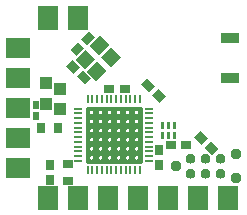
<source format=gts>
G04 DipTrace 2.4.0.2*
%IN1dB-SBLE.gts*%
%MOIN*%
%ADD10C,0.0098*%
%ADD38C,0.0374*%
%ADD46O,0.0094X0.0272*%
%ADD48O,0.0272X0.0094*%
%ADD50R,0.0213X0.0252*%
%ADD52R,0.0311X0.037*%
%ADD54R,0.0685X0.0816*%
%ADD56R,0.0816X0.0685*%
%ADD58R,0.037X0.0311*%
%ADD60R,0.0291X0.037*%
%ADD62R,0.0409X0.0449*%
%ADD64R,0.037X0.0291*%
%ADD66R,0.0646X0.0331*%
%FSLAX44Y44*%
G04*
G70*
G90*
G75*
G01*
%LNTopMask*%
%LPD*%
D66*
X11010Y7928D3*
Y9266D3*
G36*
X9203Y6237D2*
X9089D1*
Y6469D1*
X9203D1*
Y6237D1*
G37*
G36*
X9007D2*
X8892D1*
Y6469D1*
X9007D1*
Y6237D1*
G37*
G36*
X8810D2*
X8696D1*
Y6469D1*
X8810D1*
Y6237D1*
G37*
G36*
Y5902D2*
X8696D1*
Y6135D1*
X8810D1*
Y5902D1*
G37*
G36*
X9007D2*
X8892D1*
Y6135D1*
X9007D1*
Y5902D1*
G37*
G36*
X9203D2*
X9089D1*
Y6135D1*
X9203D1*
Y5902D1*
G37*
G36*
X6245Y9024D2*
X6039Y9230D1*
X6301Y9491D1*
X6507Y9285D1*
X6245Y9024D1*
G37*
G36*
X5884Y8662D2*
X5678Y8868D1*
X5939Y9130D1*
X6145Y8924D1*
X5884Y8662D1*
G37*
G36*
X6371Y7915D2*
X6165Y7709D1*
X5903Y7970D1*
X6109Y8176D1*
X6371Y7915D1*
G37*
G36*
X6009Y8276D2*
X5803Y8070D1*
X5541Y8332D1*
X5747Y8538D1*
X6009Y8276D1*
G37*
D64*
X9025Y5680D3*
X9537D3*
D62*
X5348Y6895D3*
Y7564D3*
D64*
X7484Y7550D3*
X6972D3*
G36*
X8385Y7368D2*
X8591Y7574D1*
X8853Y7313D1*
X8647Y7107D1*
X8385Y7368D1*
G37*
G36*
X8023Y7730D2*
X8229Y7936D1*
X8491Y7675D1*
X8285Y7469D1*
X8023Y7730D1*
G37*
D60*
X8645Y5535D3*
Y5023D3*
X5007Y5041D3*
Y4529D3*
D62*
X4862Y7073D3*
Y7742D3*
D58*
X5612Y5058D3*
Y4507D3*
D56*
X3937Y8937D3*
Y7937D3*
Y6937D3*
Y5937D3*
Y4937D3*
D54*
X4937Y9937D3*
X5937D3*
X6937Y3937D3*
X7937D3*
X8937D3*
D52*
X5250Y6273D3*
X4699D3*
D50*
X4520Y6642D3*
Y7036D3*
D54*
X4937Y3937D3*
X5937D3*
X9937D3*
X10937D3*
G36*
X10252Y5913D2*
X10046Y5707D1*
X9784Y5969D1*
X9990Y6175D1*
X10252Y5913D1*
G37*
G36*
X10614Y5551D2*
X10408Y5345D1*
X10146Y5607D1*
X10352Y5813D1*
X10614Y5551D1*
G37*
G36*
X9847Y5238D2*
X9845Y5267D1*
X9837Y5294D1*
X9825Y5320D1*
X9809Y5343D1*
X9789Y5363D1*
X9766Y5379D1*
X9740Y5391D1*
X9713Y5399D1*
X9684Y5401D1*
D1*
X9656Y5399D1*
X9629Y5391D1*
X9603Y5379D1*
X9580Y5363D1*
X9560Y5343D1*
X9543Y5320D1*
X9531Y5294D1*
X9524Y5267D1*
X9521Y5238D1*
D1*
X9524Y5210D1*
X9531Y5183D1*
X9543Y5157D1*
X9560Y5134D1*
X9580Y5113D1*
X9603Y5097D1*
X9629Y5085D1*
X9656Y5078D1*
X9684Y5075D1*
D1*
X9713Y5078D1*
X9740Y5085D1*
X9766Y5097D1*
X9789Y5113D1*
X9809Y5134D1*
X9825Y5157D1*
X9837Y5183D1*
X9845Y5210D1*
X9847Y5238D1*
G37*
G36*
X10347D2*
X10345Y5267D1*
X10337Y5294D1*
X10325Y5320D1*
X10309Y5343D1*
X10289Y5363D1*
X10266Y5379D1*
X10240Y5391D1*
X10213Y5399D1*
X10184Y5401D1*
D1*
X10156Y5399D1*
X10129Y5391D1*
X10103Y5379D1*
X10080Y5363D1*
X10060Y5343D1*
X10043Y5320D1*
X10031Y5294D1*
X10024Y5267D1*
X10021Y5238D1*
D1*
X10024Y5210D1*
X10031Y5183D1*
X10043Y5157D1*
X10060Y5134D1*
X10080Y5113D1*
X10103Y5097D1*
X10129Y5085D1*
X10156Y5078D1*
X10184Y5075D1*
D1*
X10213Y5078D1*
X10240Y5085D1*
X10266Y5097D1*
X10289Y5113D1*
X10309Y5134D1*
X10325Y5157D1*
X10337Y5183D1*
X10345Y5210D1*
X10347Y5238D1*
G37*
G36*
X10847D2*
X10845Y5267D1*
X10837Y5294D1*
X10825Y5320D1*
X10809Y5343D1*
X10789Y5363D1*
X10766Y5379D1*
X10740Y5391D1*
X10713Y5399D1*
X10684Y5401D1*
D1*
X10656Y5399D1*
X10629Y5391D1*
X10603Y5379D1*
X10580Y5363D1*
X10560Y5343D1*
X10543Y5320D1*
X10531Y5294D1*
X10524Y5267D1*
X10521Y5238D1*
D1*
X10524Y5210D1*
X10531Y5183D1*
X10543Y5157D1*
X10560Y5134D1*
X10580Y5113D1*
X10603Y5097D1*
X10629Y5085D1*
X10656Y5078D1*
X10684Y5075D1*
D1*
X10713Y5078D1*
X10740Y5085D1*
X10766Y5097D1*
X10789Y5113D1*
X10809Y5134D1*
X10825Y5157D1*
X10837Y5183D1*
X10845Y5210D1*
X10847Y5238D1*
G37*
G36*
Y4738D2*
X10845Y4767D1*
X10837Y4794D1*
X10825Y4820D1*
X10809Y4843D1*
X10789Y4863D1*
X10766Y4879D1*
X10740Y4891D1*
X10713Y4899D1*
X10684Y4901D1*
D1*
X10656Y4899D1*
X10629Y4891D1*
X10603Y4879D1*
X10580Y4863D1*
X10560Y4843D1*
X10543Y4820D1*
X10531Y4794D1*
X10524Y4767D1*
X10521Y4738D1*
D1*
X10524Y4710D1*
X10531Y4683D1*
X10543Y4657D1*
X10560Y4634D1*
X10580Y4613D1*
X10603Y4597D1*
X10629Y4585D1*
X10656Y4578D1*
X10684Y4575D1*
D1*
X10713Y4578D1*
X10740Y4585D1*
X10766Y4597D1*
X10789Y4613D1*
X10809Y4634D1*
X10825Y4657D1*
X10837Y4683D1*
X10845Y4710D1*
X10847Y4738D1*
G37*
G36*
X10347D2*
X10345Y4767D1*
X10337Y4794D1*
X10325Y4820D1*
X10309Y4843D1*
X10289Y4863D1*
X10266Y4879D1*
X10240Y4891D1*
X10213Y4899D1*
X10184Y4901D1*
D1*
X10156Y4899D1*
X10129Y4891D1*
X10103Y4879D1*
X10080Y4863D1*
X10060Y4843D1*
X10043Y4820D1*
X10031Y4794D1*
X10024Y4767D1*
X10021Y4738D1*
D1*
X10024Y4710D1*
X10031Y4683D1*
X10043Y4657D1*
X10060Y4634D1*
X10080Y4613D1*
X10103Y4597D1*
X10129Y4585D1*
X10156Y4578D1*
X10184Y4575D1*
D1*
X10213Y4578D1*
X10240Y4585D1*
X10266Y4597D1*
X10289Y4613D1*
X10309Y4634D1*
X10325Y4657D1*
X10337Y4683D1*
X10345Y4710D1*
X10347Y4738D1*
G37*
G36*
X9847D2*
X9845Y4767D1*
X9837Y4794D1*
X9825Y4820D1*
X9809Y4843D1*
X9789Y4863D1*
X9766Y4879D1*
X9740Y4891D1*
X9713Y4899D1*
X9684Y4901D1*
D1*
X9656Y4899D1*
X9629Y4891D1*
X9603Y4879D1*
X9580Y4863D1*
X9560Y4843D1*
X9543Y4820D1*
X9531Y4794D1*
X9524Y4767D1*
X9521Y4738D1*
D1*
X9524Y4710D1*
X9531Y4683D1*
X9543Y4657D1*
X9560Y4634D1*
X9580Y4613D1*
X9603Y4597D1*
X9629Y4585D1*
X9656Y4578D1*
X9684Y4575D1*
D1*
X9713Y4578D1*
X9740Y4585D1*
X9766Y4597D1*
X9789Y4613D1*
X9809Y4634D1*
X9825Y4657D1*
X9837Y4683D1*
X9845Y4710D1*
X9847Y4738D1*
G37*
D38*
X9184Y4988D3*
X11184Y5388D3*
Y4588D3*
X7468Y6183D2*
D10*
Y6191D1*
X7469Y6198D1*
X7470Y6206D1*
X7472Y6213D1*
X7474Y6221D1*
X7477Y6228D1*
X7480Y6235D1*
X7484Y6241D1*
X7488Y6248D1*
X7492Y6254D1*
X7497Y6259D1*
X7502Y6265D1*
X7508Y6270D1*
X7514Y6274D1*
X7520Y6278D1*
X7527Y6282D1*
X7533Y6285D1*
X7540Y6288D1*
X7547Y6290D1*
X7554Y6291D1*
X7562Y6292D1*
X7569Y6293D1*
X7576D1*
X7584Y6292D1*
X7591Y6291D1*
X7598Y6290D1*
X7605Y6288D1*
X7612Y6285D1*
X7619Y6282D1*
X7625Y6278D1*
X7631Y6274D1*
X7637Y6270D1*
X7643Y6265D1*
X7648Y6259D1*
X7653Y6254D1*
X7658Y6248D1*
X7662Y6241D1*
X7665Y6235D1*
X7669Y6228D1*
X7671Y6221D1*
X7674Y6213D1*
X7675Y6206D1*
X7677Y6198D1*
Y6191D1*
X7678Y6183D1*
X7677Y6175D1*
Y6168D1*
X7675Y6160D1*
X7674Y6153D1*
X7671Y6145D1*
X7669Y6138D1*
X7665Y6131D1*
X7662Y6125D1*
X7658Y6118D1*
X7653Y6112D1*
X7648Y6107D1*
X7643Y6101D1*
X7637Y6096D1*
X7631Y6092D1*
X7625Y6088D1*
X7619Y6084D1*
X7612Y6081D1*
X7605Y6078D1*
X7598Y6076D1*
X7591Y6075D1*
X7584Y6074D1*
X7576Y6073D1*
X7569D1*
X7562Y6074D1*
X7554Y6075D1*
X7547Y6076D1*
X7540Y6078D1*
X7533Y6081D1*
X7527Y6084D1*
X7520Y6088D1*
X7514Y6092D1*
X7508Y6096D1*
X7502Y6101D1*
X7497Y6107D1*
X7492Y6112D1*
X7488Y6118D1*
X7484Y6125D1*
X7480Y6131D1*
X7477Y6138D1*
X7474Y6145D1*
X7472Y6153D1*
X7470Y6160D1*
X7469Y6168D1*
X7468Y6175D1*
Y6183D1*
X7767Y6184D2*
Y6192D1*
X7768Y6200D1*
X7769Y6207D1*
X7771Y6215D1*
X7773Y6222D1*
X7776Y6229D1*
X7779Y6236D1*
X7783Y6243D1*
X7787Y6249D1*
X7792Y6255D1*
X7797Y6261D1*
X7802Y6266D1*
X7807Y6271D1*
X7813Y6275D1*
X7820Y6280D1*
X7826Y6283D1*
X7833Y6286D1*
X7840Y6289D1*
X7847Y6291D1*
X7854Y6293D1*
X7861Y6294D1*
X7868D1*
X7876D1*
X7883D1*
X7890Y6293D1*
X7897Y6291D1*
X7904Y6289D1*
X7911Y6286D1*
X7918Y6283D1*
X7925Y6280D1*
X7931Y6275D1*
X7937Y6271D1*
X7942Y6266D1*
X7948Y6261D1*
X7952Y6255D1*
X7957Y6249D1*
X7961Y6243D1*
X7965Y6236D1*
X7968Y6229D1*
X7971Y6222D1*
X7973Y6215D1*
X7975Y6207D1*
X7976Y6200D1*
X7977Y6192D1*
Y6184D1*
Y6177D1*
X7976Y6169D1*
X7975Y6161D1*
X7973Y6154D1*
X7971Y6147D1*
X7968Y6140D1*
X7965Y6133D1*
X7961Y6126D1*
X7957Y6120D1*
X7952Y6114D1*
X7948Y6108D1*
X7942Y6102D1*
X7937Y6098D1*
X7931Y6093D1*
X7925Y6089D1*
X7918Y6085D1*
X7911Y6082D1*
X7904Y6080D1*
X7897Y6078D1*
X7890Y6076D1*
X7883Y6075D1*
X7876Y6074D1*
X7868D1*
X7861Y6075D1*
X7854Y6076D1*
X7847Y6078D1*
X7840Y6080D1*
X7833Y6082D1*
X7826Y6085D1*
X7820Y6089D1*
X7813Y6093D1*
X7807Y6098D1*
X7802Y6102D1*
X7797Y6108D1*
X7792Y6114D1*
X7787Y6120D1*
X7783Y6126D1*
X7779Y6133D1*
X7776Y6140D1*
X7773Y6147D1*
X7771Y6154D1*
X7769Y6161D1*
X7768Y6169D1*
X7767Y6177D1*
Y6184D1*
X6868Y6183D2*
Y6191D1*
X6869Y6198D1*
X6870Y6206D1*
X6872Y6213D1*
X6874Y6221D1*
X6877Y6228D1*
X6880Y6235D1*
X6884Y6241D1*
X6888Y6248D1*
X6893Y6254D1*
X6898Y6259D1*
X6903Y6265D1*
X6908Y6270D1*
X6914Y6274D1*
X6921Y6278D1*
X6927Y6282D1*
X6934Y6285D1*
X6941Y6288D1*
X6948Y6290D1*
X6955Y6291D1*
X6962Y6292D1*
X6969Y6293D1*
X6977D1*
X6984Y6292D1*
X6991Y6291D1*
X6998Y6290D1*
X7006Y6288D1*
X7012Y6285D1*
X7019Y6282D1*
X7026Y6278D1*
X7032Y6274D1*
X7038Y6270D1*
X7043Y6265D1*
X7049Y6259D1*
X7053Y6254D1*
X7058Y6248D1*
X7062Y6241D1*
X7066Y6235D1*
X7069Y6228D1*
X7072Y6221D1*
X7074Y6213D1*
X7076Y6206D1*
X7077Y6198D1*
X7078Y6191D1*
Y6183D1*
Y6175D1*
X7077Y6168D1*
X7076Y6160D1*
X7074Y6153D1*
X7072Y6145D1*
X7069Y6138D1*
X7066Y6131D1*
X7062Y6125D1*
X7058Y6118D1*
X7053Y6112D1*
X7049Y6107D1*
X7043Y6101D1*
X7038Y6096D1*
X7032Y6092D1*
X7026Y6088D1*
X7019Y6084D1*
X7012Y6081D1*
X7006Y6078D1*
X6998Y6076D1*
X6991Y6075D1*
X6984Y6074D1*
X6977Y6073D1*
X6969D1*
X6962Y6074D1*
X6955Y6075D1*
X6948Y6076D1*
X6941Y6078D1*
X6934Y6081D1*
X6927Y6084D1*
X6921Y6088D1*
X6914Y6092D1*
X6908Y6096D1*
X6903Y6101D1*
X6898Y6107D1*
X6893Y6112D1*
X6888Y6118D1*
X6884Y6125D1*
X6880Y6131D1*
X6877Y6138D1*
X6874Y6145D1*
X6872Y6153D1*
X6870Y6160D1*
X6869Y6168D1*
X6868Y6175D1*
Y6183D1*
X7167Y6184D2*
Y6192D1*
X7168Y6200D1*
X7169Y6207D1*
X7171Y6215D1*
X7174Y6222D1*
X7176Y6229D1*
X7179Y6236D1*
X7183Y6243D1*
X7187Y6249D1*
X7192Y6255D1*
X7197Y6261D1*
X7202Y6266D1*
X7208Y6271D1*
X7213Y6275D1*
X7220Y6280D1*
X7226Y6283D1*
X7233Y6286D1*
X7240Y6289D1*
X7247Y6291D1*
X7254Y6293D1*
X7261Y6294D1*
X7268D1*
X7276D1*
X7283D1*
X7290Y6293D1*
X7298Y6291D1*
X7305Y6289D1*
X7311Y6286D1*
X7318Y6283D1*
X7325Y6280D1*
X7331Y6275D1*
X7337Y6271D1*
X7342Y6266D1*
X7348Y6261D1*
X7353Y6255D1*
X7357Y6249D1*
X7361Y6243D1*
X7365Y6236D1*
X7368Y6229D1*
X7371Y6222D1*
X7373Y6215D1*
X7375Y6207D1*
X7376Y6200D1*
X7377Y6192D1*
Y6184D1*
Y6177D1*
X7376Y6169D1*
X7375Y6161D1*
X7373Y6154D1*
X7371Y6147D1*
X7368Y6140D1*
X7365Y6133D1*
X7361Y6126D1*
X7357Y6120D1*
X7353Y6114D1*
X7348Y6108D1*
X7342Y6102D1*
X7337Y6098D1*
X7331Y6093D1*
X7325Y6089D1*
X7318Y6085D1*
X7311Y6082D1*
X7305Y6080D1*
X7298Y6078D1*
X7290Y6076D1*
X7283Y6075D1*
X7276Y6074D1*
X7268D1*
X7261Y6075D1*
X7254Y6076D1*
X7247Y6078D1*
X7240Y6080D1*
X7233Y6082D1*
X7226Y6085D1*
X7220Y6089D1*
X7213Y6093D1*
X7208Y6098D1*
X7202Y6102D1*
X7197Y6108D1*
X7192Y6114D1*
X7187Y6120D1*
X7183Y6126D1*
X7179Y6133D1*
X7176Y6140D1*
X7174Y6147D1*
X7171Y6154D1*
X7169Y6161D1*
X7168Y6169D1*
X7167Y6177D1*
Y6184D1*
X6568D2*
Y6192D1*
X6569Y6200D1*
X6570Y6207D1*
X6572Y6215D1*
X6574Y6222D1*
X6577Y6229D1*
X6580Y6236D1*
X6584Y6243D1*
X6588Y6249D1*
X6592Y6255D1*
X6597Y6261D1*
X6602Y6266D1*
X6608Y6271D1*
X6614Y6275D1*
X6620Y6280D1*
X6627Y6283D1*
X6633Y6286D1*
X6640Y6289D1*
X6647Y6291D1*
X6654Y6293D1*
X6662Y6294D1*
X6669D1*
X6676D1*
X6684D1*
X6691Y6293D1*
X6698Y6291D1*
X6705Y6289D1*
X6712Y6286D1*
X6719Y6283D1*
X6725Y6280D1*
X6731Y6275D1*
X6737Y6271D1*
X6743Y6266D1*
X6748Y6261D1*
X6753Y6255D1*
X6757Y6249D1*
X6762Y6243D1*
X6765Y6236D1*
X6768Y6229D1*
X6771Y6222D1*
X6773Y6215D1*
X6775Y6207D1*
X6777Y6200D1*
Y6192D1*
X6778Y6184D1*
X6777Y6177D1*
Y6169D1*
X6775Y6161D1*
X6773Y6154D1*
X6771Y6147D1*
X6768Y6140D1*
X6765Y6133D1*
X6762Y6126D1*
X6757Y6120D1*
X6753Y6114D1*
X6748Y6108D1*
X6743Y6102D1*
X6737Y6098D1*
X6731Y6093D1*
X6725Y6089D1*
X6719Y6085D1*
X6712Y6082D1*
X6705Y6080D1*
X6698Y6078D1*
X6691Y6076D1*
X6684Y6075D1*
X6676Y6074D1*
X6669D1*
X6662Y6075D1*
X6654Y6076D1*
X6647Y6078D1*
X6640Y6080D1*
X6633Y6082D1*
X6627Y6085D1*
X6620Y6089D1*
X6614Y6093D1*
X6608Y6098D1*
X6602Y6102D1*
X6597Y6108D1*
X6592Y6114D1*
X6588Y6120D1*
X6584Y6126D1*
X6580Y6133D1*
X6577Y6140D1*
X6574Y6147D1*
X6572Y6154D1*
X6570Y6161D1*
X6569Y6169D1*
X6568Y6177D1*
Y6184D1*
X6267D2*
Y6192D1*
X6268Y6200D1*
X6269Y6207D1*
X6271Y6215D1*
X6273Y6222D1*
X6276Y6229D1*
X6279Y6236D1*
X6283Y6243D1*
X6287Y6249D1*
X6292Y6255D1*
X6297Y6261D1*
X6302Y6266D1*
X6307Y6271D1*
X6313Y6275D1*
X6320Y6280D1*
X6326Y6283D1*
X6333Y6286D1*
X6340Y6289D1*
X6347Y6291D1*
X6354Y6293D1*
X6361Y6294D1*
X6368D1*
X6376D1*
X6383D1*
X6390Y6293D1*
X6397Y6291D1*
X6404Y6289D1*
X6411Y6286D1*
X6418Y6283D1*
X6425Y6280D1*
X6431Y6275D1*
X6437Y6271D1*
X6442Y6266D1*
X6448Y6261D1*
X6452Y6255D1*
X6457Y6249D1*
X6461Y6243D1*
X6465Y6236D1*
X6468Y6229D1*
X6471Y6222D1*
X6473Y6215D1*
X6475Y6207D1*
X6476Y6200D1*
X6477Y6192D1*
Y6184D1*
Y6177D1*
X6476Y6169D1*
X6475Y6161D1*
X6473Y6154D1*
X6471Y6147D1*
X6468Y6140D1*
X6465Y6133D1*
X6461Y6126D1*
X6457Y6120D1*
X6452Y6114D1*
X6448Y6108D1*
X6442Y6102D1*
X6437Y6098D1*
X6431Y6093D1*
X6425Y6089D1*
X6418Y6085D1*
X6411Y6082D1*
X6404Y6080D1*
X6397Y6078D1*
X6390Y6076D1*
X6383Y6075D1*
X6376Y6074D1*
X6368D1*
X6361Y6075D1*
X6354Y6076D1*
X6347Y6078D1*
X6340Y6080D1*
X6333Y6082D1*
X6326Y6085D1*
X6320Y6089D1*
X6313Y6093D1*
X6307Y6098D1*
X6302Y6102D1*
X6297Y6108D1*
X6292Y6114D1*
X6287Y6120D1*
X6283Y6126D1*
X6279Y6133D1*
X6276Y6140D1*
X6273Y6147D1*
X6271Y6154D1*
X6269Y6161D1*
X6268Y6169D1*
X6267Y6177D1*
Y6184D1*
X7468Y5881D2*
Y5889D1*
X7469Y5896D1*
X7470Y5904D1*
X7472Y5911D1*
X7474Y5919D1*
X7477Y5926D1*
X7480Y5933D1*
X7484Y5939D1*
X7488Y5946D1*
X7492Y5952D1*
X7497Y5958D1*
X7502Y5963D1*
X7508Y5968D1*
X7514Y5972D1*
X7520Y5976D1*
X7527Y5980D1*
X7533Y5983D1*
X7540Y5986D1*
X7547Y5988D1*
X7554Y5989D1*
X7562Y5991D1*
X7569D1*
X7576D1*
X7584D1*
X7591Y5989D1*
X7598Y5988D1*
X7605Y5986D1*
X7612Y5983D1*
X7619Y5980D1*
X7625Y5976D1*
X7631Y5972D1*
X7637Y5968D1*
X7643Y5963D1*
X7648Y5958D1*
X7653Y5952D1*
X7658Y5946D1*
X7662Y5939D1*
X7665Y5933D1*
X7669Y5926D1*
X7671Y5919D1*
X7674Y5911D1*
X7675Y5904D1*
X7677Y5896D1*
Y5889D1*
X7678Y5881D1*
X7677Y5873D1*
Y5866D1*
X7675Y5858D1*
X7674Y5851D1*
X7671Y5844D1*
X7669Y5836D1*
X7665Y5830D1*
X7662Y5823D1*
X7658Y5817D1*
X7653Y5810D1*
X7648Y5805D1*
X7643Y5799D1*
X7637Y5794D1*
X7631Y5790D1*
X7625Y5786D1*
X7619Y5782D1*
X7612Y5779D1*
X7605Y5777D1*
X7598Y5774D1*
X7591Y5773D1*
X7584Y5772D1*
X7576Y5771D1*
X7569D1*
X7562Y5772D1*
X7554Y5773D1*
X7547Y5774D1*
X7540Y5777D1*
X7533Y5779D1*
X7527Y5782D1*
X7520Y5786D1*
X7514Y5790D1*
X7508Y5794D1*
X7502Y5799D1*
X7497Y5805D1*
X7492Y5810D1*
X7488Y5817D1*
X7484Y5823D1*
X7480Y5830D1*
X7477Y5836D1*
X7474Y5844D1*
X7472Y5851D1*
X7470Y5858D1*
X7469Y5866D1*
X7468Y5873D1*
Y5881D1*
X7767Y5882D2*
Y5890D1*
X7768Y5898D1*
X7769Y5905D1*
X7771Y5913D1*
X7773Y5920D1*
X7776Y5927D1*
X7779Y5934D1*
X7783Y5941D1*
X7787Y5947D1*
X7792Y5953D1*
X7797Y5959D1*
X7802Y5964D1*
X7807Y5969D1*
X7813Y5974D1*
X7820Y5978D1*
X7826Y5981D1*
X7833Y5984D1*
X7840Y5987D1*
X7847Y5989D1*
X7854Y5991D1*
X7861Y5992D1*
X7868D1*
X7876D1*
X7883D1*
X7890Y5991D1*
X7897Y5989D1*
X7904Y5987D1*
X7911Y5984D1*
X7918Y5981D1*
X7925Y5978D1*
X7931Y5974D1*
X7937Y5969D1*
X7942Y5964D1*
X7948Y5959D1*
X7952Y5953D1*
X7957Y5947D1*
X7961Y5941D1*
X7965Y5934D1*
X7968Y5927D1*
X7971Y5920D1*
X7973Y5913D1*
X7975Y5905D1*
X7976Y5898D1*
X7977Y5890D1*
Y5882D1*
Y5875D1*
X7976Y5867D1*
X7975Y5860D1*
X7973Y5852D1*
X7971Y5845D1*
X7968Y5838D1*
X7965Y5831D1*
X7961Y5824D1*
X7957Y5818D1*
X7952Y5812D1*
X7948Y5806D1*
X7942Y5801D1*
X7937Y5796D1*
X7931Y5791D1*
X7925Y5787D1*
X7918Y5784D1*
X7911Y5780D1*
X7904Y5778D1*
X7897Y5776D1*
X7890Y5774D1*
X7883Y5773D1*
X7876D1*
X7868D1*
X7861D1*
X7854Y5774D1*
X7847Y5776D1*
X7840Y5778D1*
X7833Y5780D1*
X7826Y5784D1*
X7820Y5787D1*
X7813Y5791D1*
X7807Y5796D1*
X7802Y5801D1*
X7797Y5806D1*
X7792Y5812D1*
X7787Y5818D1*
X7783Y5824D1*
X7779Y5831D1*
X7776Y5838D1*
X7773Y5845D1*
X7771Y5852D1*
X7769Y5860D1*
X7768Y5867D1*
X7767Y5875D1*
Y5882D1*
X6868Y5881D2*
Y5889D1*
X6869Y5896D1*
X6870Y5904D1*
X6872Y5911D1*
X6874Y5919D1*
X6877Y5926D1*
X6880Y5933D1*
X6884Y5939D1*
X6888Y5946D1*
X6893Y5952D1*
X6898Y5958D1*
X6903Y5963D1*
X6908Y5968D1*
X6914Y5972D1*
X6921Y5976D1*
X6927Y5980D1*
X6934Y5983D1*
X6941Y5986D1*
X6948Y5988D1*
X6955Y5989D1*
X6962Y5991D1*
X6969D1*
X6977D1*
X6984D1*
X6991Y5989D1*
X6998Y5988D1*
X7006Y5986D1*
X7012Y5983D1*
X7019Y5980D1*
X7026Y5976D1*
X7032Y5972D1*
X7038Y5968D1*
X7043Y5963D1*
X7049Y5958D1*
X7053Y5952D1*
X7058Y5946D1*
X7062Y5939D1*
X7066Y5933D1*
X7069Y5926D1*
X7072Y5919D1*
X7074Y5911D1*
X7076Y5904D1*
X7077Y5896D1*
X7078Y5889D1*
Y5881D1*
Y5873D1*
X7077Y5866D1*
X7076Y5858D1*
X7074Y5851D1*
X7072Y5844D1*
X7069Y5836D1*
X7066Y5830D1*
X7062Y5823D1*
X7058Y5817D1*
X7053Y5810D1*
X7049Y5805D1*
X7043Y5799D1*
X7038Y5794D1*
X7032Y5790D1*
X7026Y5786D1*
X7019Y5782D1*
X7012Y5779D1*
X7006Y5777D1*
X6998Y5774D1*
X6991Y5773D1*
X6984Y5772D1*
X6977Y5771D1*
X6969D1*
X6962Y5772D1*
X6955Y5773D1*
X6948Y5774D1*
X6941Y5777D1*
X6934Y5779D1*
X6927Y5782D1*
X6921Y5786D1*
X6914Y5790D1*
X6908Y5794D1*
X6903Y5799D1*
X6898Y5805D1*
X6893Y5810D1*
X6888Y5817D1*
X6884Y5823D1*
X6880Y5830D1*
X6877Y5836D1*
X6874Y5844D1*
X6872Y5851D1*
X6870Y5858D1*
X6869Y5866D1*
X6868Y5873D1*
Y5881D1*
X7167Y5882D2*
Y5890D1*
X7168Y5898D1*
X7169Y5905D1*
X7171Y5913D1*
X7174Y5920D1*
X7176Y5927D1*
X7179Y5934D1*
X7183Y5941D1*
X7187Y5947D1*
X7192Y5953D1*
X7197Y5959D1*
X7202Y5964D1*
X7208Y5969D1*
X7213Y5974D1*
X7220Y5978D1*
X7226Y5981D1*
X7233Y5984D1*
X7240Y5987D1*
X7247Y5989D1*
X7254Y5991D1*
X7261Y5992D1*
X7268D1*
X7276D1*
X7283D1*
X7290Y5991D1*
X7298Y5989D1*
X7305Y5987D1*
X7311Y5984D1*
X7318Y5981D1*
X7325Y5978D1*
X7331Y5974D1*
X7337Y5969D1*
X7342Y5964D1*
X7348Y5959D1*
X7353Y5953D1*
X7357Y5947D1*
X7361Y5941D1*
X7365Y5934D1*
X7368Y5927D1*
X7371Y5920D1*
X7373Y5913D1*
X7375Y5905D1*
X7376Y5898D1*
X7377Y5890D1*
Y5882D1*
Y5875D1*
X7376Y5867D1*
X7375Y5860D1*
X7373Y5852D1*
X7371Y5845D1*
X7368Y5838D1*
X7365Y5831D1*
X7361Y5824D1*
X7357Y5818D1*
X7353Y5812D1*
X7348Y5806D1*
X7342Y5801D1*
X7337Y5796D1*
X7331Y5791D1*
X7325Y5787D1*
X7318Y5784D1*
X7311Y5780D1*
X7305Y5778D1*
X7298Y5776D1*
X7290Y5774D1*
X7283Y5773D1*
X7276D1*
X7268D1*
X7261D1*
X7254Y5774D1*
X7247Y5776D1*
X7240Y5778D1*
X7233Y5780D1*
X7226Y5784D1*
X7220Y5787D1*
X7213Y5791D1*
X7208Y5796D1*
X7202Y5801D1*
X7197Y5806D1*
X7192Y5812D1*
X7187Y5818D1*
X7183Y5824D1*
X7179Y5831D1*
X7176Y5838D1*
X7174Y5845D1*
X7171Y5852D1*
X7169Y5860D1*
X7168Y5867D1*
X7167Y5875D1*
Y5882D1*
X6568D2*
Y5890D1*
X6569Y5898D1*
X6570Y5905D1*
X6572Y5913D1*
X6574Y5920D1*
X6577Y5927D1*
X6580Y5934D1*
X6584Y5941D1*
X6588Y5947D1*
X6592Y5953D1*
X6597Y5959D1*
X6602Y5964D1*
X6608Y5969D1*
X6614Y5974D1*
X6620Y5978D1*
X6627Y5981D1*
X6633Y5984D1*
X6640Y5987D1*
X6647Y5989D1*
X6654Y5991D1*
X6662Y5992D1*
X6669D1*
X6676D1*
X6684D1*
X6691Y5991D1*
X6698Y5989D1*
X6705Y5987D1*
X6712Y5984D1*
X6719Y5981D1*
X6725Y5978D1*
X6731Y5974D1*
X6737Y5969D1*
X6743Y5964D1*
X6748Y5959D1*
X6753Y5953D1*
X6757Y5947D1*
X6762Y5941D1*
X6765Y5934D1*
X6768Y5927D1*
X6771Y5920D1*
X6773Y5913D1*
X6775Y5905D1*
X6777Y5898D1*
Y5890D1*
X6778Y5882D1*
X6777Y5875D1*
Y5867D1*
X6775Y5860D1*
X6773Y5852D1*
X6771Y5845D1*
X6768Y5838D1*
X6765Y5831D1*
X6762Y5824D1*
X6757Y5818D1*
X6753Y5812D1*
X6748Y5806D1*
X6743Y5801D1*
X6737Y5796D1*
X6731Y5791D1*
X6725Y5787D1*
X6719Y5784D1*
X6712Y5780D1*
X6705Y5778D1*
X6698Y5776D1*
X6691Y5774D1*
X6684Y5773D1*
X6676D1*
X6669D1*
X6662D1*
X6654Y5774D1*
X6647Y5776D1*
X6640Y5778D1*
X6633Y5780D1*
X6627Y5784D1*
X6620Y5787D1*
X6614Y5791D1*
X6608Y5796D1*
X6602Y5801D1*
X6597Y5806D1*
X6592Y5812D1*
X6588Y5818D1*
X6584Y5824D1*
X6580Y5831D1*
X6577Y5838D1*
X6574Y5845D1*
X6572Y5852D1*
X6570Y5860D1*
X6569Y5867D1*
X6568Y5875D1*
Y5882D1*
X6267D2*
Y5890D1*
X6268Y5898D1*
X6269Y5905D1*
X6271Y5913D1*
X6273Y5920D1*
X6276Y5927D1*
X6279Y5934D1*
X6283Y5941D1*
X6287Y5947D1*
X6292Y5953D1*
X6297Y5959D1*
X6302Y5964D1*
X6307Y5969D1*
X6313Y5974D1*
X6320Y5978D1*
X6326Y5981D1*
X6333Y5984D1*
X6340Y5987D1*
X6347Y5989D1*
X6354Y5991D1*
X6361Y5992D1*
X6368D1*
X6376D1*
X6383D1*
X6390Y5991D1*
X6397Y5989D1*
X6404Y5987D1*
X6411Y5984D1*
X6418Y5981D1*
X6425Y5978D1*
X6431Y5974D1*
X6437Y5969D1*
X6442Y5964D1*
X6448Y5959D1*
X6452Y5953D1*
X6457Y5947D1*
X6461Y5941D1*
X6465Y5934D1*
X6468Y5927D1*
X6471Y5920D1*
X6473Y5913D1*
X6475Y5905D1*
X6476Y5898D1*
X6477Y5890D1*
Y5882D1*
Y5875D1*
X6476Y5867D1*
X6475Y5860D1*
X6473Y5852D1*
X6471Y5845D1*
X6468Y5838D1*
X6465Y5831D1*
X6461Y5824D1*
X6457Y5818D1*
X6452Y5812D1*
X6448Y5806D1*
X6442Y5801D1*
X6437Y5796D1*
X6431Y5791D1*
X6425Y5787D1*
X6418Y5784D1*
X6411Y5780D1*
X6404Y5778D1*
X6397Y5776D1*
X6390Y5774D1*
X6383Y5773D1*
X6376D1*
X6368D1*
X6361D1*
X6354Y5774D1*
X6347Y5776D1*
X6340Y5778D1*
X6333Y5780D1*
X6326Y5784D1*
X6320Y5787D1*
X6313Y5791D1*
X6307Y5796D1*
X6302Y5801D1*
X6297Y5806D1*
X6292Y5812D1*
X6287Y5818D1*
X6283Y5824D1*
X6279Y5831D1*
X6276Y5838D1*
X6273Y5845D1*
X6271Y5852D1*
X6269Y5860D1*
X6268Y5867D1*
X6267Y5875D1*
Y5882D1*
X7469Y6483D2*
Y6491D1*
X7470Y6499D1*
X7471Y6506D1*
X7473Y6514D1*
X7475Y6521D1*
X7478Y6528D1*
X7481Y6535D1*
X7485Y6542D1*
X7489Y6548D1*
X7494Y6554D1*
X7499Y6560D1*
X7504Y6565D1*
X7509Y6570D1*
X7515Y6575D1*
X7522Y6579D1*
X7528Y6582D1*
X7535Y6585D1*
X7542Y6588D1*
X7549Y6590D1*
X7556Y6592D1*
X7563Y6593D1*
X7570D1*
X7578D1*
X7585D1*
X7592Y6592D1*
X7600Y6590D1*
X7607Y6588D1*
X7613Y6585D1*
X7620Y6582D1*
X7627Y6579D1*
X7633Y6575D1*
X7639Y6570D1*
X7644Y6565D1*
X7650Y6560D1*
X7655Y6554D1*
X7659Y6548D1*
X7663Y6542D1*
X7667Y6535D1*
X7670Y6528D1*
X7673Y6521D1*
X7675Y6514D1*
X7677Y6506D1*
X7678Y6499D1*
X7679Y6491D1*
Y6483D1*
Y6476D1*
X7678Y6468D1*
X7677Y6460D1*
X7675Y6453D1*
X7673Y6446D1*
X7670Y6439D1*
X7667Y6432D1*
X7663Y6425D1*
X7659Y6419D1*
X7655Y6413D1*
X7650Y6407D1*
X7644Y6402D1*
X7639Y6397D1*
X7633Y6392D1*
X7627Y6388D1*
X7620Y6385D1*
X7613Y6381D1*
X7607Y6379D1*
X7600Y6377D1*
X7592Y6375D1*
X7585Y6374D1*
X7578Y6373D1*
X7570D1*
X7563Y6374D1*
X7556Y6375D1*
X7549Y6377D1*
X7542Y6379D1*
X7535Y6381D1*
X7528Y6385D1*
X7522Y6388D1*
X7515Y6392D1*
X7509Y6397D1*
X7504Y6402D1*
X7499Y6407D1*
X7494Y6413D1*
X7489Y6419D1*
X7485Y6425D1*
X7481Y6432D1*
X7478Y6439D1*
X7475Y6446D1*
X7473Y6453D1*
X7471Y6460D1*
X7470Y6468D1*
X7469Y6476D1*
Y6483D1*
X7768Y6485D2*
Y6492D1*
X7769Y6500D1*
X7771Y6508D1*
X7772Y6515D1*
X7775Y6522D1*
X7777Y6529D1*
X7781Y6536D1*
X7784Y6543D1*
X7788Y6549D1*
X7793Y6555D1*
X7798Y6561D1*
X7803Y6566D1*
X7809Y6571D1*
X7814Y6576D1*
X7821Y6580D1*
X7827Y6584D1*
X7834Y6587D1*
X7841Y6589D1*
X7848Y6591D1*
X7855Y6593D1*
X7862Y6594D1*
X7870Y6595D1*
X7877D1*
X7884Y6594D1*
X7891Y6593D1*
X7899Y6591D1*
X7906Y6589D1*
X7913Y6587D1*
X7919Y6584D1*
X7926Y6580D1*
X7932Y6576D1*
X7938Y6571D1*
X7943Y6566D1*
X7949Y6561D1*
X7954Y6555D1*
X7958Y6549D1*
X7962Y6543D1*
X7966Y6536D1*
X7969Y6529D1*
X7972Y6522D1*
X7974Y6515D1*
X7976Y6508D1*
X7977Y6500D1*
X7978Y6492D1*
Y6485D1*
Y6477D1*
X7977Y6469D1*
X7976Y6462D1*
X7974Y6454D1*
X7972Y6447D1*
X7969Y6440D1*
X7966Y6433D1*
X7962Y6426D1*
X7958Y6420D1*
X7954Y6414D1*
X7949Y6408D1*
X7943Y6403D1*
X7938Y6398D1*
X7932Y6393D1*
X7926Y6389D1*
X7919Y6386D1*
X7913Y6383D1*
X7906Y6380D1*
X7899Y6378D1*
X7891Y6376D1*
X7884Y6375D1*
X7877D1*
X7870D1*
X7862D1*
X7855Y6376D1*
X7848Y6378D1*
X7841Y6380D1*
X7834Y6383D1*
X7827Y6386D1*
X7821Y6389D1*
X7814Y6393D1*
X7809Y6398D1*
X7803Y6403D1*
X7798Y6408D1*
X7793Y6414D1*
X7788Y6420D1*
X7784Y6426D1*
X7781Y6433D1*
X7777Y6440D1*
X7775Y6447D1*
X7772Y6454D1*
X7771Y6462D1*
X7769Y6469D1*
X7768Y6477D1*
Y6485D1*
X6869Y6483D2*
X6870Y6491D1*
Y6499D1*
X6872Y6506D1*
X6873Y6514D1*
X6876Y6521D1*
X6878Y6528D1*
X6882Y6535D1*
X6885Y6542D1*
X6889Y6548D1*
X6894Y6554D1*
X6899Y6560D1*
X6904Y6565D1*
X6910Y6570D1*
X6916Y6575D1*
X6922Y6579D1*
X6928Y6582D1*
X6935Y6585D1*
X6942Y6588D1*
X6949Y6590D1*
X6956Y6592D1*
X6963Y6593D1*
X6971D1*
X6978D1*
X6985D1*
X6992Y6592D1*
X7000Y6590D1*
X7007Y6588D1*
X7014Y6585D1*
X7020Y6582D1*
X7027Y6579D1*
X7033Y6575D1*
X7039Y6570D1*
X7044Y6565D1*
X7050Y6560D1*
X7055Y6554D1*
X7059Y6548D1*
X7063Y6542D1*
X7067Y6535D1*
X7070Y6528D1*
X7073Y6521D1*
X7075Y6514D1*
X7077Y6506D1*
X7078Y6499D1*
X7079Y6491D1*
Y6483D1*
Y6476D1*
X7078Y6468D1*
X7077Y6460D1*
X7075Y6453D1*
X7073Y6446D1*
X7070Y6439D1*
X7067Y6432D1*
X7063Y6425D1*
X7059Y6419D1*
X7055Y6413D1*
X7050Y6407D1*
X7044Y6402D1*
X7039Y6397D1*
X7033Y6392D1*
X7027Y6388D1*
X7020Y6385D1*
X7014Y6381D1*
X7007Y6379D1*
X7000Y6377D1*
X6992Y6375D1*
X6985Y6374D1*
X6978Y6373D1*
X6971D1*
X6963Y6374D1*
X6956Y6375D1*
X6949Y6377D1*
X6942Y6379D1*
X6935Y6381D1*
X6928Y6385D1*
X6922Y6388D1*
X6916Y6392D1*
X6910Y6397D1*
X6904Y6402D1*
X6899Y6407D1*
X6894Y6413D1*
X6889Y6419D1*
X6885Y6425D1*
X6882Y6432D1*
X6878Y6439D1*
X6876Y6446D1*
X6873Y6453D1*
X6872Y6460D1*
X6870Y6468D1*
Y6476D1*
X6869Y6483D1*
X7169Y6485D2*
Y6492D1*
X7170Y6500D1*
X7171Y6508D1*
X7173Y6515D1*
X7175Y6522D1*
X7178Y6529D1*
X7181Y6536D1*
X7185Y6543D1*
X7189Y6549D1*
X7193Y6555D1*
X7198Y6561D1*
X7203Y6566D1*
X7209Y6571D1*
X7215Y6576D1*
X7221Y6580D1*
X7228Y6584D1*
X7234Y6587D1*
X7241Y6589D1*
X7248Y6591D1*
X7255Y6593D1*
X7263Y6594D1*
X7270Y6595D1*
X7277D1*
X7285Y6594D1*
X7292Y6593D1*
X7299Y6591D1*
X7306Y6589D1*
X7313Y6587D1*
X7320Y6584D1*
X7326Y6580D1*
X7332Y6576D1*
X7338Y6571D1*
X7344Y6566D1*
X7349Y6561D1*
X7354Y6555D1*
X7359Y6549D1*
X7363Y6543D1*
X7366Y6536D1*
X7369Y6529D1*
X7372Y6522D1*
X7374Y6515D1*
X7376Y6508D1*
X7378Y6500D1*
Y6492D1*
X7379Y6485D1*
X7378Y6477D1*
Y6469D1*
X7376Y6462D1*
X7374Y6454D1*
X7372Y6447D1*
X7369Y6440D1*
X7366Y6433D1*
X7363Y6426D1*
X7359Y6420D1*
X7354Y6414D1*
X7349Y6408D1*
X7344Y6403D1*
X7338Y6398D1*
X7332Y6393D1*
X7326Y6389D1*
X7320Y6386D1*
X7313Y6383D1*
X7306Y6380D1*
X7299Y6378D1*
X7292Y6376D1*
X7285Y6375D1*
X7277D1*
X7270D1*
X7263D1*
X7255Y6376D1*
X7248Y6378D1*
X7241Y6380D1*
X7234Y6383D1*
X7228Y6386D1*
X7221Y6389D1*
X7215Y6393D1*
X7209Y6398D1*
X7203Y6403D1*
X7198Y6408D1*
X7193Y6414D1*
X7189Y6420D1*
X7185Y6426D1*
X7181Y6433D1*
X7178Y6440D1*
X7175Y6447D1*
X7173Y6454D1*
X7171Y6462D1*
X7170Y6469D1*
X7169Y6477D1*
Y6485D1*
X6569D2*
Y6492D1*
X6570Y6500D1*
X6571Y6508D1*
X6573Y6515D1*
X6575Y6522D1*
X6578Y6529D1*
X6581Y6536D1*
X6585Y6543D1*
X6589Y6549D1*
X6593Y6555D1*
X6598Y6561D1*
X6603Y6566D1*
X6609Y6571D1*
X6615Y6576D1*
X6621Y6580D1*
X6628Y6584D1*
X6634Y6587D1*
X6641Y6589D1*
X6648Y6591D1*
X6656Y6593D1*
X6663Y6594D1*
X6670Y6595D1*
X6677D1*
X6685Y6594D1*
X6692Y6593D1*
X6699Y6591D1*
X6706Y6589D1*
X6713Y6587D1*
X6720Y6584D1*
X6726Y6580D1*
X6732Y6576D1*
X6738Y6571D1*
X6744Y6566D1*
X6749Y6561D1*
X6754Y6555D1*
X6759Y6549D1*
X6763Y6543D1*
X6766Y6536D1*
X6770Y6529D1*
X6772Y6522D1*
X6775Y6515D1*
X6776Y6508D1*
X6778Y6500D1*
Y6492D1*
X6779Y6485D1*
X6778Y6477D1*
Y6469D1*
X6776Y6462D1*
X6775Y6454D1*
X6772Y6447D1*
X6770Y6440D1*
X6766Y6433D1*
X6763Y6426D1*
X6759Y6420D1*
X6754Y6414D1*
X6749Y6408D1*
X6744Y6403D1*
X6738Y6398D1*
X6732Y6393D1*
X6726Y6389D1*
X6720Y6386D1*
X6713Y6383D1*
X6706Y6380D1*
X6699Y6378D1*
X6692Y6376D1*
X6685Y6375D1*
X6677D1*
X6670D1*
X6663D1*
X6656Y6376D1*
X6648Y6378D1*
X6641Y6380D1*
X6634Y6383D1*
X6628Y6386D1*
X6621Y6389D1*
X6615Y6393D1*
X6609Y6398D1*
X6603Y6403D1*
X6598Y6408D1*
X6593Y6414D1*
X6589Y6420D1*
X6585Y6426D1*
X6581Y6433D1*
X6578Y6440D1*
X6575Y6447D1*
X6573Y6454D1*
X6571Y6462D1*
X6570Y6469D1*
X6569Y6477D1*
Y6485D1*
X6268D2*
X6269Y6492D1*
Y6500D1*
X6271Y6508D1*
X6272Y6515D1*
X6275Y6522D1*
X6277Y6529D1*
X6281Y6536D1*
X6284Y6543D1*
X6288Y6549D1*
X6293Y6555D1*
X6298Y6561D1*
X6303Y6566D1*
X6309Y6571D1*
X6315Y6576D1*
X6321Y6580D1*
X6327Y6584D1*
X6334Y6587D1*
X6341Y6589D1*
X6348Y6591D1*
X6355Y6593D1*
X6362Y6594D1*
X6370Y6595D1*
X6377D1*
X6384Y6594D1*
X6391Y6593D1*
X6399Y6591D1*
X6406Y6589D1*
X6413Y6587D1*
X6419Y6584D1*
X6426Y6580D1*
X6432Y6576D1*
X6438Y6571D1*
X6443Y6566D1*
X6449Y6561D1*
X6454Y6555D1*
X6458Y6549D1*
X6462Y6543D1*
X6466Y6536D1*
X6469Y6529D1*
X6472Y6522D1*
X6474Y6515D1*
X6476Y6508D1*
X6477Y6500D1*
X6478Y6492D1*
Y6485D1*
Y6477D1*
X6477Y6469D1*
X6476Y6462D1*
X6474Y6454D1*
X6472Y6447D1*
X6469Y6440D1*
X6466Y6433D1*
X6462Y6426D1*
X6458Y6420D1*
X6454Y6414D1*
X6449Y6408D1*
X6443Y6403D1*
X6438Y6398D1*
X6432Y6393D1*
X6426Y6389D1*
X6419Y6386D1*
X6413Y6383D1*
X6406Y6380D1*
X6399Y6378D1*
X6391Y6376D1*
X6384Y6375D1*
X6377D1*
X6370D1*
X6362D1*
X6355Y6376D1*
X6348Y6378D1*
X6341Y6380D1*
X6334Y6383D1*
X6327Y6386D1*
X6321Y6389D1*
X6315Y6393D1*
X6309Y6398D1*
X6303Y6403D1*
X6298Y6408D1*
X6293Y6414D1*
X6288Y6420D1*
X6284Y6426D1*
X6281Y6433D1*
X6277Y6440D1*
X6275Y6447D1*
X6272Y6454D1*
X6271Y6462D1*
X6269Y6469D1*
Y6477D1*
X6268Y6485D1*
X7468Y5579D2*
Y5587D1*
X7469Y5594D1*
X7470Y5602D1*
X7472Y5609D1*
X7474Y5617D1*
X7477Y5624D1*
X7480Y5631D1*
X7484Y5637D1*
X7488Y5644D1*
X7492Y5650D1*
X7497Y5656D1*
X7502Y5661D1*
X7508Y5666D1*
X7514Y5670D1*
X7520Y5674D1*
X7527Y5678D1*
X7533Y5681D1*
X7540Y5684D1*
X7547Y5686D1*
X7554Y5687D1*
X7562Y5689D1*
X7569D1*
X7576D1*
X7584D1*
X7591Y5687D1*
X7598Y5686D1*
X7605Y5684D1*
X7612Y5681D1*
X7619Y5678D1*
X7625Y5674D1*
X7631Y5670D1*
X7637Y5666D1*
X7643Y5661D1*
X7648Y5656D1*
X7653Y5650D1*
X7658Y5644D1*
X7662Y5637D1*
X7665Y5631D1*
X7669Y5624D1*
X7671Y5617D1*
X7674Y5609D1*
X7675Y5602D1*
X7677Y5594D1*
Y5587D1*
X7678Y5579D1*
X7677Y5571D1*
Y5564D1*
X7675Y5556D1*
X7674Y5549D1*
X7671Y5542D1*
X7669Y5534D1*
X7665Y5527D1*
X7662Y5521D1*
X7658Y5514D1*
X7653Y5508D1*
X7648Y5503D1*
X7643Y5497D1*
X7637Y5492D1*
X7631Y5488D1*
X7625Y5484D1*
X7619Y5480D1*
X7612Y5477D1*
X7605Y5475D1*
X7598Y5472D1*
X7591Y5471D1*
X7584Y5470D1*
X7576Y5469D1*
X7569D1*
X7562Y5470D1*
X7554Y5471D1*
X7547Y5472D1*
X7540Y5475D1*
X7533Y5477D1*
X7527Y5480D1*
X7520Y5484D1*
X7514Y5488D1*
X7508Y5492D1*
X7502Y5497D1*
X7497Y5503D1*
X7492Y5508D1*
X7488Y5514D1*
X7484Y5521D1*
X7480Y5527D1*
X7477Y5534D1*
X7474Y5542D1*
X7472Y5549D1*
X7470Y5556D1*
X7469Y5564D1*
X7468Y5571D1*
Y5579D1*
X7767Y5580D2*
Y5588D1*
X7768Y5596D1*
X7769Y5603D1*
X7771Y5611D1*
X7773Y5618D1*
X7776Y5625D1*
X7779Y5632D1*
X7783Y5639D1*
X7787Y5645D1*
X7792Y5651D1*
X7797Y5657D1*
X7802Y5662D1*
X7807Y5667D1*
X7813Y5672D1*
X7820Y5676D1*
X7826Y5679D1*
X7833Y5682D1*
X7840Y5685D1*
X7847Y5687D1*
X7854Y5689D1*
X7861Y5690D1*
X7868D1*
X7876D1*
X7883D1*
X7890Y5689D1*
X7897Y5687D1*
X7904Y5685D1*
X7911Y5682D1*
X7918Y5679D1*
X7925Y5676D1*
X7931Y5672D1*
X7937Y5667D1*
X7942Y5662D1*
X7948Y5657D1*
X7952Y5651D1*
X7957Y5645D1*
X7961Y5639D1*
X7965Y5632D1*
X7968Y5625D1*
X7971Y5618D1*
X7973Y5611D1*
X7975Y5603D1*
X7976Y5596D1*
X7977Y5588D1*
Y5580D1*
Y5573D1*
X7976Y5565D1*
X7975Y5558D1*
X7973Y5550D1*
X7971Y5543D1*
X7968Y5536D1*
X7965Y5529D1*
X7961Y5522D1*
X7957Y5516D1*
X7952Y5510D1*
X7948Y5504D1*
X7942Y5499D1*
X7937Y5494D1*
X7931Y5489D1*
X7925Y5485D1*
X7918Y5482D1*
X7911Y5478D1*
X7904Y5476D1*
X7897Y5474D1*
X7890Y5472D1*
X7883Y5471D1*
X7876D1*
X7868D1*
X7861D1*
X7854Y5472D1*
X7847Y5474D1*
X7840Y5476D1*
X7833Y5478D1*
X7826Y5482D1*
X7820Y5485D1*
X7813Y5489D1*
X7807Y5494D1*
X7802Y5499D1*
X7797Y5504D1*
X7792Y5510D1*
X7787Y5516D1*
X7783Y5522D1*
X7779Y5529D1*
X7776Y5536D1*
X7773Y5543D1*
X7771Y5550D1*
X7769Y5558D1*
X7768Y5565D1*
X7767Y5573D1*
Y5580D1*
X6868Y5579D2*
Y5587D1*
X6869Y5594D1*
X6870Y5602D1*
X6872Y5609D1*
X6874Y5617D1*
X6877Y5624D1*
X6880Y5631D1*
X6884Y5637D1*
X6888Y5644D1*
X6893Y5650D1*
X6898Y5656D1*
X6903Y5661D1*
X6908Y5666D1*
X6914Y5670D1*
X6921Y5674D1*
X6927Y5678D1*
X6934Y5681D1*
X6941Y5684D1*
X6948Y5686D1*
X6955Y5687D1*
X6962Y5689D1*
X6969D1*
X6977D1*
X6984D1*
X6991Y5687D1*
X6998Y5686D1*
X7006Y5684D1*
X7012Y5681D1*
X7019Y5678D1*
X7026Y5674D1*
X7032Y5670D1*
X7038Y5666D1*
X7043Y5661D1*
X7049Y5656D1*
X7053Y5650D1*
X7058Y5644D1*
X7062Y5637D1*
X7066Y5631D1*
X7069Y5624D1*
X7072Y5617D1*
X7074Y5609D1*
X7076Y5602D1*
X7077Y5594D1*
X7078Y5587D1*
Y5579D1*
Y5571D1*
X7077Y5564D1*
X7076Y5556D1*
X7074Y5549D1*
X7072Y5542D1*
X7069Y5534D1*
X7066Y5527D1*
X7062Y5521D1*
X7058Y5514D1*
X7053Y5508D1*
X7049Y5503D1*
X7043Y5497D1*
X7038Y5492D1*
X7032Y5488D1*
X7026Y5484D1*
X7019Y5480D1*
X7012Y5477D1*
X7006Y5475D1*
X6998Y5472D1*
X6991Y5471D1*
X6984Y5470D1*
X6977Y5469D1*
X6969D1*
X6962Y5470D1*
X6955Y5471D1*
X6948Y5472D1*
X6941Y5475D1*
X6934Y5477D1*
X6927Y5480D1*
X6921Y5484D1*
X6914Y5488D1*
X6908Y5492D1*
X6903Y5497D1*
X6898Y5503D1*
X6893Y5508D1*
X6888Y5514D1*
X6884Y5521D1*
X6880Y5527D1*
X6877Y5534D1*
X6874Y5542D1*
X6872Y5549D1*
X6870Y5556D1*
X6869Y5564D1*
X6868Y5571D1*
Y5579D1*
X7167Y5580D2*
Y5588D1*
X7168Y5596D1*
X7169Y5603D1*
X7171Y5611D1*
X7174Y5618D1*
X7176Y5625D1*
X7179Y5632D1*
X7183Y5639D1*
X7187Y5645D1*
X7192Y5651D1*
X7197Y5657D1*
X7202Y5662D1*
X7208Y5667D1*
X7213Y5672D1*
X7220Y5676D1*
X7226Y5679D1*
X7233Y5682D1*
X7240Y5685D1*
X7247Y5687D1*
X7254Y5689D1*
X7261Y5690D1*
X7268D1*
X7276D1*
X7283D1*
X7290Y5689D1*
X7298Y5687D1*
X7305Y5685D1*
X7311Y5682D1*
X7318Y5679D1*
X7325Y5676D1*
X7331Y5672D1*
X7337Y5667D1*
X7342Y5662D1*
X7348Y5657D1*
X7353Y5651D1*
X7357Y5645D1*
X7361Y5639D1*
X7365Y5632D1*
X7368Y5625D1*
X7371Y5618D1*
X7373Y5611D1*
X7375Y5603D1*
X7376Y5596D1*
X7377Y5588D1*
Y5580D1*
Y5573D1*
X7376Y5565D1*
X7375Y5558D1*
X7373Y5550D1*
X7371Y5543D1*
X7368Y5536D1*
X7365Y5529D1*
X7361Y5522D1*
X7357Y5516D1*
X7353Y5510D1*
X7348Y5504D1*
X7342Y5499D1*
X7337Y5494D1*
X7331Y5489D1*
X7325Y5485D1*
X7318Y5482D1*
X7311Y5478D1*
X7305Y5476D1*
X7298Y5474D1*
X7290Y5472D1*
X7283Y5471D1*
X7276D1*
X7268D1*
X7261D1*
X7254Y5472D1*
X7247Y5474D1*
X7240Y5476D1*
X7233Y5478D1*
X7226Y5482D1*
X7220Y5485D1*
X7213Y5489D1*
X7208Y5494D1*
X7202Y5499D1*
X7197Y5504D1*
X7192Y5510D1*
X7187Y5516D1*
X7183Y5522D1*
X7179Y5529D1*
X7176Y5536D1*
X7174Y5543D1*
X7171Y5550D1*
X7169Y5558D1*
X7168Y5565D1*
X7167Y5573D1*
Y5580D1*
X6568D2*
Y5588D1*
X6569Y5596D1*
X6570Y5603D1*
X6572Y5611D1*
X6574Y5618D1*
X6577Y5625D1*
X6580Y5632D1*
X6584Y5639D1*
X6588Y5645D1*
X6592Y5651D1*
X6597Y5657D1*
X6602Y5662D1*
X6608Y5667D1*
X6614Y5672D1*
X6620Y5676D1*
X6627Y5679D1*
X6633Y5682D1*
X6640Y5685D1*
X6647Y5687D1*
X6654Y5689D1*
X6662Y5690D1*
X6669D1*
X6676D1*
X6684D1*
X6691Y5689D1*
X6698Y5687D1*
X6705Y5685D1*
X6712Y5682D1*
X6719Y5679D1*
X6725Y5676D1*
X6731Y5672D1*
X6737Y5667D1*
X6743Y5662D1*
X6748Y5657D1*
X6753Y5651D1*
X6757Y5645D1*
X6762Y5639D1*
X6765Y5632D1*
X6768Y5625D1*
X6771Y5618D1*
X6773Y5611D1*
X6775Y5603D1*
X6777Y5596D1*
Y5588D1*
X6778Y5580D1*
X6777Y5573D1*
Y5565D1*
X6775Y5558D1*
X6773Y5550D1*
X6771Y5543D1*
X6768Y5536D1*
X6765Y5529D1*
X6762Y5522D1*
X6757Y5516D1*
X6753Y5510D1*
X6748Y5504D1*
X6743Y5499D1*
X6737Y5494D1*
X6731Y5489D1*
X6725Y5485D1*
X6719Y5482D1*
X6712Y5478D1*
X6705Y5476D1*
X6698Y5474D1*
X6691Y5472D1*
X6684Y5471D1*
X6676D1*
X6669D1*
X6662D1*
X6654Y5472D1*
X6647Y5474D1*
X6640Y5476D1*
X6633Y5478D1*
X6627Y5482D1*
X6620Y5485D1*
X6614Y5489D1*
X6608Y5494D1*
X6602Y5499D1*
X6597Y5504D1*
X6592Y5510D1*
X6588Y5516D1*
X6584Y5522D1*
X6580Y5529D1*
X6577Y5536D1*
X6574Y5543D1*
X6572Y5550D1*
X6570Y5558D1*
X6569Y5565D1*
X6568Y5573D1*
Y5580D1*
X6267D2*
Y5588D1*
X6268Y5596D1*
X6269Y5603D1*
X6271Y5611D1*
X6273Y5618D1*
X6276Y5625D1*
X6279Y5632D1*
X6283Y5639D1*
X6287Y5645D1*
X6292Y5651D1*
X6297Y5657D1*
X6302Y5662D1*
X6307Y5667D1*
X6313Y5672D1*
X6320Y5676D1*
X6326Y5679D1*
X6333Y5682D1*
X6340Y5685D1*
X6347Y5687D1*
X6354Y5689D1*
X6361Y5690D1*
X6368D1*
X6376D1*
X6383D1*
X6390Y5689D1*
X6397Y5687D1*
X6404Y5685D1*
X6411Y5682D1*
X6418Y5679D1*
X6425Y5676D1*
X6431Y5672D1*
X6437Y5667D1*
X6442Y5662D1*
X6448Y5657D1*
X6452Y5651D1*
X6457Y5645D1*
X6461Y5639D1*
X6465Y5632D1*
X6468Y5625D1*
X6471Y5618D1*
X6473Y5611D1*
X6475Y5603D1*
X6476Y5596D1*
X6477Y5588D1*
Y5580D1*
Y5573D1*
X6476Y5565D1*
X6475Y5558D1*
X6473Y5550D1*
X6471Y5543D1*
X6468Y5536D1*
X6465Y5529D1*
X6461Y5522D1*
X6457Y5516D1*
X6452Y5510D1*
X6448Y5504D1*
X6442Y5499D1*
X6437Y5494D1*
X6431Y5489D1*
X6425Y5485D1*
X6418Y5482D1*
X6411Y5478D1*
X6404Y5476D1*
X6397Y5474D1*
X6390Y5472D1*
X6383Y5471D1*
X6376D1*
X6368D1*
X6361D1*
X6354Y5472D1*
X6347Y5474D1*
X6340Y5476D1*
X6333Y5478D1*
X6326Y5482D1*
X6320Y5485D1*
X6313Y5489D1*
X6307Y5494D1*
X6302Y5499D1*
X6297Y5504D1*
X6292Y5510D1*
X6287Y5516D1*
X6283Y5522D1*
X6279Y5529D1*
X6276Y5536D1*
X6273Y5543D1*
X6271Y5550D1*
X6269Y5558D1*
X6268Y5565D1*
X6267Y5573D1*
Y5580D1*
X7468Y5277D2*
Y5285D1*
X7469Y5293D1*
X7470Y5300D1*
X7472Y5308D1*
X7474Y5315D1*
X7477Y5322D1*
X7480Y5329D1*
X7484Y5336D1*
X7488Y5342D1*
X7492Y5348D1*
X7497Y5354D1*
X7502Y5359D1*
X7508Y5364D1*
X7514Y5369D1*
X7520Y5373D1*
X7527Y5376D1*
X7533Y5379D1*
X7540Y5382D1*
X7547Y5384D1*
X7554Y5386D1*
X7562Y5387D1*
X7569D1*
X7576D1*
X7584D1*
X7591Y5386D1*
X7598Y5384D1*
X7605Y5382D1*
X7612Y5379D1*
X7619Y5376D1*
X7625Y5373D1*
X7631Y5369D1*
X7637Y5364D1*
X7643Y5359D1*
X7648Y5354D1*
X7653Y5348D1*
X7658Y5342D1*
X7662Y5336D1*
X7665Y5329D1*
X7669Y5322D1*
X7671Y5315D1*
X7674Y5308D1*
X7675Y5300D1*
X7677Y5293D1*
Y5285D1*
X7678Y5277D1*
X7677Y5270D1*
Y5262D1*
X7675Y5254D1*
X7674Y5247D1*
X7671Y5240D1*
X7669Y5233D1*
X7665Y5226D1*
X7662Y5219D1*
X7658Y5213D1*
X7653Y5207D1*
X7648Y5201D1*
X7643Y5196D1*
X7637Y5191D1*
X7631Y5186D1*
X7625Y5182D1*
X7619Y5179D1*
X7612Y5175D1*
X7605Y5173D1*
X7598Y5171D1*
X7591Y5169D1*
X7584Y5168D1*
X7576Y5167D1*
X7569D1*
X7562Y5168D1*
X7554Y5169D1*
X7547Y5171D1*
X7540Y5173D1*
X7533Y5175D1*
X7527Y5179D1*
X7520Y5182D1*
X7514Y5186D1*
X7508Y5191D1*
X7502Y5196D1*
X7497Y5201D1*
X7492Y5207D1*
X7488Y5213D1*
X7484Y5219D1*
X7480Y5226D1*
X7477Y5233D1*
X7474Y5240D1*
X7472Y5247D1*
X7470Y5254D1*
X7469Y5262D1*
X7468Y5270D1*
Y5277D1*
X7767Y5279D2*
Y5286D1*
X7768Y5294D1*
X7769Y5302D1*
X7771Y5309D1*
X7773Y5316D1*
X7776Y5323D1*
X7779Y5330D1*
X7783Y5337D1*
X7787Y5343D1*
X7792Y5349D1*
X7797Y5355D1*
X7802Y5360D1*
X7807Y5365D1*
X7813Y5370D1*
X7820Y5374D1*
X7826Y5378D1*
X7833Y5381D1*
X7840Y5383D1*
X7847Y5385D1*
X7854Y5387D1*
X7861Y5388D1*
X7868Y5389D1*
X7876D1*
X7883Y5388D1*
X7890Y5387D1*
X7897Y5385D1*
X7904Y5383D1*
X7911Y5381D1*
X7918Y5378D1*
X7925Y5374D1*
X7931Y5370D1*
X7937Y5365D1*
X7942Y5360D1*
X7948Y5355D1*
X7952Y5349D1*
X7957Y5343D1*
X7961Y5337D1*
X7965Y5330D1*
X7968Y5323D1*
X7971Y5316D1*
X7973Y5309D1*
X7975Y5302D1*
X7976Y5294D1*
X7977Y5286D1*
Y5279D1*
Y5271D1*
X7976Y5263D1*
X7975Y5256D1*
X7973Y5248D1*
X7971Y5241D1*
X7968Y5234D1*
X7965Y5227D1*
X7961Y5220D1*
X7957Y5214D1*
X7952Y5208D1*
X7948Y5202D1*
X7942Y5197D1*
X7937Y5192D1*
X7931Y5187D1*
X7925Y5183D1*
X7918Y5180D1*
X7911Y5177D1*
X7904Y5174D1*
X7897Y5172D1*
X7890Y5170D1*
X7883Y5169D1*
X7876D1*
X7868D1*
X7861D1*
X7854Y5170D1*
X7847Y5172D1*
X7840Y5174D1*
X7833Y5177D1*
X7826Y5180D1*
X7820Y5183D1*
X7813Y5187D1*
X7807Y5192D1*
X7802Y5197D1*
X7797Y5202D1*
X7792Y5208D1*
X7787Y5214D1*
X7783Y5220D1*
X7779Y5227D1*
X7776Y5234D1*
X7773Y5241D1*
X7771Y5248D1*
X7769Y5256D1*
X7768Y5263D1*
X7767Y5271D1*
Y5279D1*
X6868Y5277D2*
Y5285D1*
X6869Y5293D1*
X6870Y5300D1*
X6872Y5308D1*
X6874Y5315D1*
X6877Y5322D1*
X6880Y5329D1*
X6884Y5336D1*
X6888Y5342D1*
X6893Y5348D1*
X6898Y5354D1*
X6903Y5359D1*
X6908Y5364D1*
X6914Y5369D1*
X6921Y5373D1*
X6927Y5376D1*
X6934Y5379D1*
X6941Y5382D1*
X6948Y5384D1*
X6955Y5386D1*
X6962Y5387D1*
X6969D1*
X6977D1*
X6984D1*
X6991Y5386D1*
X6998Y5384D1*
X7006Y5382D1*
X7012Y5379D1*
X7019Y5376D1*
X7026Y5373D1*
X7032Y5369D1*
X7038Y5364D1*
X7043Y5359D1*
X7049Y5354D1*
X7053Y5348D1*
X7058Y5342D1*
X7062Y5336D1*
X7066Y5329D1*
X7069Y5322D1*
X7072Y5315D1*
X7074Y5308D1*
X7076Y5300D1*
X7077Y5293D1*
X7078Y5285D1*
Y5277D1*
Y5270D1*
X7077Y5262D1*
X7076Y5254D1*
X7074Y5247D1*
X7072Y5240D1*
X7069Y5233D1*
X7066Y5226D1*
X7062Y5219D1*
X7058Y5213D1*
X7053Y5207D1*
X7049Y5201D1*
X7043Y5196D1*
X7038Y5191D1*
X7032Y5186D1*
X7026Y5182D1*
X7019Y5179D1*
X7012Y5175D1*
X7006Y5173D1*
X6998Y5171D1*
X6991Y5169D1*
X6984Y5168D1*
X6977Y5167D1*
X6969D1*
X6962Y5168D1*
X6955Y5169D1*
X6948Y5171D1*
X6941Y5173D1*
X6934Y5175D1*
X6927Y5179D1*
X6921Y5182D1*
X6914Y5186D1*
X6908Y5191D1*
X6903Y5196D1*
X6898Y5201D1*
X6893Y5207D1*
X6888Y5213D1*
X6884Y5219D1*
X6880Y5226D1*
X6877Y5233D1*
X6874Y5240D1*
X6872Y5247D1*
X6870Y5254D1*
X6869Y5262D1*
X6868Y5270D1*
Y5277D1*
X7167Y5279D2*
Y5286D1*
X7168Y5294D1*
X7169Y5302D1*
X7171Y5309D1*
X7174Y5316D1*
X7176Y5323D1*
X7179Y5330D1*
X7183Y5337D1*
X7187Y5343D1*
X7192Y5349D1*
X7197Y5355D1*
X7202Y5360D1*
X7208Y5365D1*
X7213Y5370D1*
X7220Y5374D1*
X7226Y5378D1*
X7233Y5381D1*
X7240Y5383D1*
X7247Y5385D1*
X7254Y5387D1*
X7261Y5388D1*
X7268Y5389D1*
X7276D1*
X7283Y5388D1*
X7290Y5387D1*
X7298Y5385D1*
X7305Y5383D1*
X7311Y5381D1*
X7318Y5378D1*
X7325Y5374D1*
X7331Y5370D1*
X7337Y5365D1*
X7342Y5360D1*
X7348Y5355D1*
X7353Y5349D1*
X7357Y5343D1*
X7361Y5337D1*
X7365Y5330D1*
X7368Y5323D1*
X7371Y5316D1*
X7373Y5309D1*
X7375Y5302D1*
X7376Y5294D1*
X7377Y5286D1*
Y5279D1*
Y5271D1*
X7376Y5263D1*
X7375Y5256D1*
X7373Y5248D1*
X7371Y5241D1*
X7368Y5234D1*
X7365Y5227D1*
X7361Y5220D1*
X7357Y5214D1*
X7353Y5208D1*
X7348Y5202D1*
X7342Y5197D1*
X7337Y5192D1*
X7331Y5187D1*
X7325Y5183D1*
X7318Y5180D1*
X7311Y5177D1*
X7305Y5174D1*
X7298Y5172D1*
X7290Y5170D1*
X7283Y5169D1*
X7276D1*
X7268D1*
X7261D1*
X7254Y5170D1*
X7247Y5172D1*
X7240Y5174D1*
X7233Y5177D1*
X7226Y5180D1*
X7220Y5183D1*
X7213Y5187D1*
X7208Y5192D1*
X7202Y5197D1*
X7197Y5202D1*
X7192Y5208D1*
X7187Y5214D1*
X7183Y5220D1*
X7179Y5227D1*
X7176Y5234D1*
X7174Y5241D1*
X7171Y5248D1*
X7169Y5256D1*
X7168Y5263D1*
X7167Y5271D1*
Y5279D1*
X6568D2*
Y5286D1*
X6569Y5294D1*
X6570Y5302D1*
X6572Y5309D1*
X6574Y5316D1*
X6577Y5323D1*
X6580Y5330D1*
X6584Y5337D1*
X6588Y5343D1*
X6592Y5349D1*
X6597Y5355D1*
X6602Y5360D1*
X6608Y5365D1*
X6614Y5370D1*
X6620Y5374D1*
X6627Y5378D1*
X6633Y5381D1*
X6640Y5383D1*
X6647Y5385D1*
X6654Y5387D1*
X6662Y5388D1*
X6669Y5389D1*
X6676D1*
X6684Y5388D1*
X6691Y5387D1*
X6698Y5385D1*
X6705Y5383D1*
X6712Y5381D1*
X6719Y5378D1*
X6725Y5374D1*
X6731Y5370D1*
X6737Y5365D1*
X6743Y5360D1*
X6748Y5355D1*
X6753Y5349D1*
X6757Y5343D1*
X6762Y5337D1*
X6765Y5330D1*
X6768Y5323D1*
X6771Y5316D1*
X6773Y5309D1*
X6775Y5302D1*
X6777Y5294D1*
Y5286D1*
X6778Y5279D1*
X6777Y5271D1*
Y5263D1*
X6775Y5256D1*
X6773Y5248D1*
X6771Y5241D1*
X6768Y5234D1*
X6765Y5227D1*
X6762Y5220D1*
X6757Y5214D1*
X6753Y5208D1*
X6748Y5202D1*
X6743Y5197D1*
X6737Y5192D1*
X6731Y5187D1*
X6725Y5183D1*
X6719Y5180D1*
X6712Y5177D1*
X6705Y5174D1*
X6698Y5172D1*
X6691Y5170D1*
X6684Y5169D1*
X6676D1*
X6669D1*
X6662D1*
X6654Y5170D1*
X6647Y5172D1*
X6640Y5174D1*
X6633Y5177D1*
X6627Y5180D1*
X6620Y5183D1*
X6614Y5187D1*
X6608Y5192D1*
X6602Y5197D1*
X6597Y5202D1*
X6592Y5208D1*
X6588Y5214D1*
X6584Y5220D1*
X6580Y5227D1*
X6577Y5234D1*
X6574Y5241D1*
X6572Y5248D1*
X6570Y5256D1*
X6569Y5263D1*
X6568Y5271D1*
Y5279D1*
X6267D2*
Y5286D1*
X6268Y5294D1*
X6269Y5302D1*
X6271Y5309D1*
X6273Y5316D1*
X6276Y5323D1*
X6279Y5330D1*
X6283Y5337D1*
X6287Y5343D1*
X6292Y5349D1*
X6297Y5355D1*
X6302Y5360D1*
X6307Y5365D1*
X6313Y5370D1*
X6320Y5374D1*
X6326Y5378D1*
X6333Y5381D1*
X6340Y5383D1*
X6347Y5385D1*
X6354Y5387D1*
X6361Y5388D1*
X6368Y5389D1*
X6376D1*
X6383Y5388D1*
X6390Y5387D1*
X6397Y5385D1*
X6404Y5383D1*
X6411Y5381D1*
X6418Y5378D1*
X6425Y5374D1*
X6431Y5370D1*
X6437Y5365D1*
X6442Y5360D1*
X6448Y5355D1*
X6452Y5349D1*
X6457Y5343D1*
X6461Y5337D1*
X6465Y5330D1*
X6468Y5323D1*
X6471Y5316D1*
X6473Y5309D1*
X6475Y5302D1*
X6476Y5294D1*
X6477Y5286D1*
Y5279D1*
Y5271D1*
X6476Y5263D1*
X6475Y5256D1*
X6473Y5248D1*
X6471Y5241D1*
X6468Y5234D1*
X6465Y5227D1*
X6461Y5220D1*
X6457Y5214D1*
X6452Y5208D1*
X6448Y5202D1*
X6442Y5197D1*
X6437Y5192D1*
X6431Y5187D1*
X6425Y5183D1*
X6418Y5180D1*
X6411Y5177D1*
X6404Y5174D1*
X6397Y5172D1*
X6390Y5170D1*
X6383Y5169D1*
X6376D1*
X6368D1*
X6361D1*
X6354Y5170D1*
X6347Y5172D1*
X6340Y5174D1*
X6333Y5177D1*
X6326Y5180D1*
X6320Y5183D1*
X6313Y5187D1*
X6307Y5192D1*
X6302Y5197D1*
X6297Y5202D1*
X6292Y5208D1*
X6287Y5214D1*
X6283Y5220D1*
X6279Y5227D1*
X6276Y5234D1*
X6273Y5241D1*
X6271Y5248D1*
X6269Y5256D1*
X6268Y5263D1*
X6267Y5271D1*
Y5279D1*
X7467Y6785D2*
Y6793D1*
X7468Y6801D1*
X7469Y6808D1*
X7471Y6816D1*
X7473Y6823D1*
X7476Y6830D1*
X7479Y6837D1*
X7482Y6844D1*
X7487Y6850D1*
X7491Y6856D1*
X7496Y6862D1*
X7501Y6867D1*
X7507Y6872D1*
X7513Y6877D1*
X7519Y6881D1*
X7525Y6884D1*
X7532Y6887D1*
X7539Y6890D1*
X7546Y6892D1*
X7553Y6894D1*
X7561Y6895D1*
X7568D1*
X7575D1*
X7582D1*
X7590Y6894D1*
X7597Y6892D1*
X7604Y6890D1*
X7611Y6887D1*
X7618Y6884D1*
X7624Y6881D1*
X7630Y6877D1*
X7636Y6872D1*
X7642Y6867D1*
X7647Y6862D1*
X7652Y6856D1*
X7656Y6850D1*
X7661Y6844D1*
X7664Y6837D1*
X7667Y6830D1*
X7670Y6823D1*
X7672Y6816D1*
X7674Y6808D1*
X7675Y6801D1*
X7676Y6793D1*
Y6785D1*
Y6778D1*
X7675Y6770D1*
X7674Y6763D1*
X7672Y6755D1*
X7670Y6748D1*
X7667Y6741D1*
X7664Y6734D1*
X7661Y6727D1*
X7656Y6721D1*
X7652Y6715D1*
X7647Y6709D1*
X7642Y6704D1*
X7636Y6699D1*
X7630Y6694D1*
X7624Y6690D1*
X7618Y6687D1*
X7611Y6683D1*
X7604Y6681D1*
X7597Y6679D1*
X7590Y6677D1*
X7582Y6676D1*
X7575Y6675D1*
X7568D1*
X7561Y6676D1*
X7553Y6677D1*
X7546Y6679D1*
X7539Y6681D1*
X7532Y6683D1*
X7525Y6687D1*
X7519Y6690D1*
X7513Y6694D1*
X7507Y6699D1*
X7501Y6704D1*
X7496Y6709D1*
X7491Y6715D1*
X7487Y6721D1*
X7482Y6727D1*
X7479Y6734D1*
X7476Y6741D1*
X7473Y6748D1*
X7471Y6755D1*
X7469Y6763D1*
X7468Y6770D1*
X7467Y6778D1*
Y6785D1*
X7766Y6787D2*
Y6794D1*
X7767Y6802D1*
X7768Y6809D1*
X7770Y6817D1*
X7772Y6824D1*
X7775Y6831D1*
X7778Y6838D1*
X7782Y6845D1*
X7786Y6851D1*
X7790Y6857D1*
X7795Y6863D1*
X7800Y6868D1*
X7806Y6873D1*
X7812Y6878D1*
X7818Y6882D1*
X7825Y6885D1*
X7831Y6888D1*
X7838Y6891D1*
X7845Y6893D1*
X7852Y6895D1*
X7860Y6896D1*
X7867D1*
X7874D1*
X7882D1*
X7889Y6895D1*
X7896Y6893D1*
X7903Y6891D1*
X7910Y6888D1*
X7917Y6885D1*
X7923Y6882D1*
X7929Y6878D1*
X7935Y6873D1*
X7941Y6868D1*
X7946Y6863D1*
X7951Y6857D1*
X7955Y6851D1*
X7960Y6845D1*
X7963Y6838D1*
X7966Y6831D1*
X7969Y6824D1*
X7971Y6817D1*
X7973Y6809D1*
X7975Y6802D1*
Y6794D1*
X7976Y6787D1*
X7975Y6779D1*
Y6771D1*
X7973Y6764D1*
X7971Y6756D1*
X7969Y6749D1*
X7966Y6742D1*
X7963Y6735D1*
X7960Y6728D1*
X7955Y6722D1*
X7951Y6716D1*
X7946Y6710D1*
X7941Y6705D1*
X7935Y6700D1*
X7929Y6696D1*
X7923Y6691D1*
X7917Y6688D1*
X7910Y6685D1*
X7903Y6682D1*
X7896Y6680D1*
X7889Y6678D1*
X7882Y6677D1*
X7874D1*
X7867D1*
X7860D1*
X7852Y6678D1*
X7845Y6680D1*
X7838Y6682D1*
X7831Y6685D1*
X7825Y6688D1*
X7818Y6691D1*
X7812Y6696D1*
X7806Y6700D1*
X7800Y6705D1*
X7795Y6710D1*
X7790Y6716D1*
X7786Y6722D1*
X7782Y6728D1*
X7778Y6735D1*
X7775Y6742D1*
X7772Y6749D1*
X7770Y6756D1*
X7768Y6764D1*
X7767Y6771D1*
X7766Y6779D1*
Y6787D1*
X6867Y6785D2*
Y6793D1*
X6868Y6801D1*
X6869Y6808D1*
X6871Y6816D1*
X6873Y6823D1*
X6876Y6830D1*
X6879Y6837D1*
X6883Y6844D1*
X6887Y6850D1*
X6891Y6856D1*
X6896Y6862D1*
X6901Y6867D1*
X6907Y6872D1*
X6913Y6877D1*
X6919Y6881D1*
X6926Y6884D1*
X6932Y6887D1*
X6939Y6890D1*
X6946Y6892D1*
X6953Y6894D1*
X6961Y6895D1*
X6968D1*
X6975D1*
X6983D1*
X6990Y6894D1*
X6997Y6892D1*
X7004Y6890D1*
X7011Y6887D1*
X7018Y6884D1*
X7024Y6881D1*
X7030Y6877D1*
X7036Y6872D1*
X7042Y6867D1*
X7047Y6862D1*
X7052Y6856D1*
X7057Y6850D1*
X7061Y6844D1*
X7064Y6837D1*
X7068Y6830D1*
X7070Y6823D1*
X7073Y6816D1*
X7074Y6808D1*
X7076Y6801D1*
Y6793D1*
X7077Y6785D1*
X7076Y6778D1*
Y6770D1*
X7074Y6763D1*
X7073Y6755D1*
X7070Y6748D1*
X7068Y6741D1*
X7064Y6734D1*
X7061Y6727D1*
X7057Y6721D1*
X7052Y6715D1*
X7047Y6709D1*
X7042Y6704D1*
X7036Y6699D1*
X7030Y6694D1*
X7024Y6690D1*
X7018Y6687D1*
X7011Y6683D1*
X7004Y6681D1*
X6997Y6679D1*
X6990Y6677D1*
X6983Y6676D1*
X6975Y6675D1*
X6968D1*
X6961Y6676D1*
X6953Y6677D1*
X6946Y6679D1*
X6939Y6681D1*
X6932Y6683D1*
X6926Y6687D1*
X6919Y6690D1*
X6913Y6694D1*
X6907Y6699D1*
X6901Y6704D1*
X6896Y6709D1*
X6891Y6715D1*
X6887Y6721D1*
X6883Y6727D1*
X6879Y6734D1*
X6876Y6741D1*
X6873Y6748D1*
X6871Y6755D1*
X6869Y6763D1*
X6868Y6770D1*
X6867Y6778D1*
Y6785D1*
X7166Y6787D2*
Y6794D1*
X7167Y6802D1*
X7168Y6809D1*
X7170Y6817D1*
X7172Y6824D1*
X7175Y6831D1*
X7178Y6838D1*
X7182Y6845D1*
X7186Y6851D1*
X7191Y6857D1*
X7195Y6863D1*
X7201Y6868D1*
X7206Y6873D1*
X7212Y6878D1*
X7219Y6882D1*
X7225Y6885D1*
X7232Y6888D1*
X7239Y6891D1*
X7246Y6893D1*
X7253Y6895D1*
X7260Y6896D1*
X7267D1*
X7275D1*
X7282D1*
X7289Y6895D1*
X7296Y6893D1*
X7303Y6891D1*
X7310Y6888D1*
X7317Y6885D1*
X7323Y6882D1*
X7330Y6878D1*
X7336Y6873D1*
X7341Y6868D1*
X7346Y6863D1*
X7351Y6857D1*
X7356Y6851D1*
X7360Y6845D1*
X7364Y6838D1*
X7367Y6831D1*
X7370Y6824D1*
X7372Y6817D1*
X7374Y6809D1*
X7375Y6802D1*
X7376Y6794D1*
Y6787D1*
Y6779D1*
X7375Y6771D1*
X7374Y6764D1*
X7372Y6756D1*
X7370Y6749D1*
X7367Y6742D1*
X7364Y6735D1*
X7360Y6728D1*
X7356Y6722D1*
X7351Y6716D1*
X7346Y6710D1*
X7341Y6705D1*
X7336Y6700D1*
X7330Y6696D1*
X7323Y6691D1*
X7317Y6688D1*
X7310Y6685D1*
X7303Y6682D1*
X7296Y6680D1*
X7289Y6678D1*
X7282Y6677D1*
X7275D1*
X7267D1*
X7260D1*
X7253Y6678D1*
X7246Y6680D1*
X7239Y6682D1*
X7232Y6685D1*
X7225Y6688D1*
X7219Y6691D1*
X7212Y6696D1*
X7206Y6700D1*
X7201Y6705D1*
X7195Y6710D1*
X7191Y6716D1*
X7186Y6722D1*
X7182Y6728D1*
X7178Y6735D1*
X7175Y6742D1*
X7172Y6749D1*
X7170Y6756D1*
X7168Y6764D1*
X7167Y6771D1*
X7166Y6779D1*
Y6787D1*
X6566D2*
Y6794D1*
X6567Y6802D1*
X6568Y6809D1*
X6570Y6817D1*
X6572Y6824D1*
X6575Y6831D1*
X6578Y6838D1*
X6582Y6845D1*
X6586Y6851D1*
X6591Y6857D1*
X6596Y6863D1*
X6601Y6868D1*
X6606Y6873D1*
X6612Y6878D1*
X6619Y6882D1*
X6625Y6885D1*
X6632Y6888D1*
X6639Y6891D1*
X6646Y6893D1*
X6653Y6895D1*
X6660Y6896D1*
X6667D1*
X6675D1*
X6682D1*
X6689Y6895D1*
X6697Y6893D1*
X6704Y6891D1*
X6710Y6888D1*
X6717Y6885D1*
X6724Y6882D1*
X6730Y6878D1*
X6736Y6873D1*
X6741Y6868D1*
X6747Y6863D1*
X6752Y6857D1*
X6756Y6851D1*
X6760Y6845D1*
X6764Y6838D1*
X6767Y6831D1*
X6770Y6824D1*
X6772Y6817D1*
X6774Y6809D1*
X6775Y6802D1*
X6776Y6794D1*
Y6787D1*
Y6779D1*
X6775Y6771D1*
X6774Y6764D1*
X6772Y6756D1*
X6770Y6749D1*
X6767Y6742D1*
X6764Y6735D1*
X6760Y6728D1*
X6756Y6722D1*
X6752Y6716D1*
X6747Y6710D1*
X6741Y6705D1*
X6736Y6700D1*
X6730Y6696D1*
X6724Y6691D1*
X6717Y6688D1*
X6710Y6685D1*
X6704Y6682D1*
X6697Y6680D1*
X6689Y6678D1*
X6682Y6677D1*
X6675D1*
X6667D1*
X6660D1*
X6653Y6678D1*
X6646Y6680D1*
X6639Y6682D1*
X6632Y6685D1*
X6625Y6688D1*
X6619Y6691D1*
X6612Y6696D1*
X6606Y6700D1*
X6601Y6705D1*
X6596Y6710D1*
X6591Y6716D1*
X6586Y6722D1*
X6582Y6728D1*
X6578Y6735D1*
X6575Y6742D1*
X6572Y6749D1*
X6570Y6756D1*
X6568Y6764D1*
X6567Y6771D1*
X6566Y6779D1*
Y6787D1*
X6266D2*
Y6794D1*
X6267Y6802D1*
X6268Y6809D1*
X6270Y6817D1*
X6272Y6824D1*
X6275Y6831D1*
X6278Y6838D1*
X6282Y6845D1*
X6286Y6851D1*
X6290Y6857D1*
X6295Y6863D1*
X6300Y6868D1*
X6306Y6873D1*
X6312Y6878D1*
X6318Y6882D1*
X6325Y6885D1*
X6331Y6888D1*
X6338Y6891D1*
X6345Y6893D1*
X6352Y6895D1*
X6360Y6896D1*
X6367D1*
X6374D1*
X6382D1*
X6389Y6895D1*
X6396Y6893D1*
X6403Y6891D1*
X6410Y6888D1*
X6417Y6885D1*
X6423Y6882D1*
X6429Y6878D1*
X6435Y6873D1*
X6441Y6868D1*
X6446Y6863D1*
X6451Y6857D1*
X6456Y6851D1*
X6460Y6845D1*
X6463Y6838D1*
X6466Y6831D1*
X6469Y6824D1*
X6472Y6817D1*
X6473Y6809D1*
X6475Y6802D1*
Y6794D1*
X6476Y6787D1*
X6475Y6779D1*
Y6771D1*
X6473Y6764D1*
X6472Y6756D1*
X6469Y6749D1*
X6466Y6742D1*
X6463Y6735D1*
X6460Y6728D1*
X6456Y6722D1*
X6451Y6716D1*
X6446Y6710D1*
X6441Y6705D1*
X6435Y6700D1*
X6429Y6696D1*
X6423Y6691D1*
X6417Y6688D1*
X6410Y6685D1*
X6403Y6682D1*
X6396Y6680D1*
X6389Y6678D1*
X6382Y6677D1*
X6374D1*
X6367D1*
X6360D1*
X6352Y6678D1*
X6345Y6680D1*
X6338Y6682D1*
X6331Y6685D1*
X6325Y6688D1*
X6318Y6691D1*
X6312Y6696D1*
X6306Y6700D1*
X6300Y6705D1*
X6295Y6710D1*
X6290Y6716D1*
X6286Y6722D1*
X6282Y6728D1*
X6278Y6735D1*
X6275Y6742D1*
X6272Y6749D1*
X6270Y6756D1*
X6268Y6764D1*
X6267Y6771D1*
X6266Y6779D1*
Y6787D1*
G36*
X6448Y6894D2*
X6594D1*
Y5161D1*
X6448D1*
Y6894D1*
G37*
G36*
X6755Y6932D2*
X6883D1*
Y5158D1*
X6755D1*
Y6932D1*
G37*
G36*
X7053D2*
X7185D1*
Y5154D1*
X7053D1*
Y6932D1*
G37*
G36*
X7354Y6935D2*
X7492D1*
Y5157D1*
X7354D1*
Y6935D1*
G37*
G36*
X7652Y6920D2*
X7788D1*
Y5156D1*
X7652D1*
Y6920D1*
G37*
G36*
X6253Y6707D2*
X7996D1*
Y6557D1*
X6253D1*
Y6707D1*
G37*
G36*
X6259Y6409D2*
X7996D1*
Y6257D1*
X6259D1*
Y6409D1*
G37*
G36*
X6262Y6110D2*
X7996D1*
Y5952D1*
X6262D1*
Y6110D1*
G37*
G36*
Y5798D2*
X7996D1*
Y5657D1*
X6262D1*
Y5798D1*
G37*
G36*
X6255Y5499D2*
X7996D1*
Y5356D1*
X6255D1*
Y5499D1*
G37*
X6226Y6931D2*
D10*
X8019D1*
Y5136D1*
X6226D1*
Y6931D1*
D48*
X5933Y6900D3*
Y6742D3*
Y6585D3*
Y6427D3*
Y6270D3*
Y6112D3*
Y5955D3*
Y5797D3*
Y5640D3*
Y5482D3*
Y5325D3*
Y5167D3*
D46*
X6258Y4842D3*
X6415D3*
X6573D3*
X6730D3*
X6888D3*
X7045D3*
X7203D3*
X7360D3*
X7518D3*
X7675D3*
X7833D3*
X7990D3*
D48*
X8315Y5167D3*
Y5325D3*
Y5482D3*
Y5640D3*
Y5797D3*
Y5955D3*
Y6112D3*
Y6270D3*
Y6427D3*
Y6585D3*
Y6742D3*
Y6900D3*
D46*
X7990Y7224D3*
X7833D3*
X7675D3*
X7518D3*
X7360D3*
X7203D3*
X7045D3*
X6888D3*
X6730D3*
X6573D3*
X6415D3*
X6258D3*
G36*
X6972Y9028D2*
X6627Y8683D1*
X6310Y9000D1*
X6655Y9345D1*
X6972Y9028D1*
G37*
G36*
X6499Y8555D2*
X6154Y8209D1*
X5836Y8527D1*
X6181Y8872D1*
X6499Y8555D1*
G37*
G36*
X6889Y8165D2*
X6543Y7820D1*
X6226Y8137D1*
X6571Y8482D1*
X6889Y8165D1*
G37*
G36*
X7362Y8638D2*
X7017Y8293D1*
X6699Y8610D1*
X7044Y8955D1*
X7362Y8638D1*
G37*
M02*

</source>
